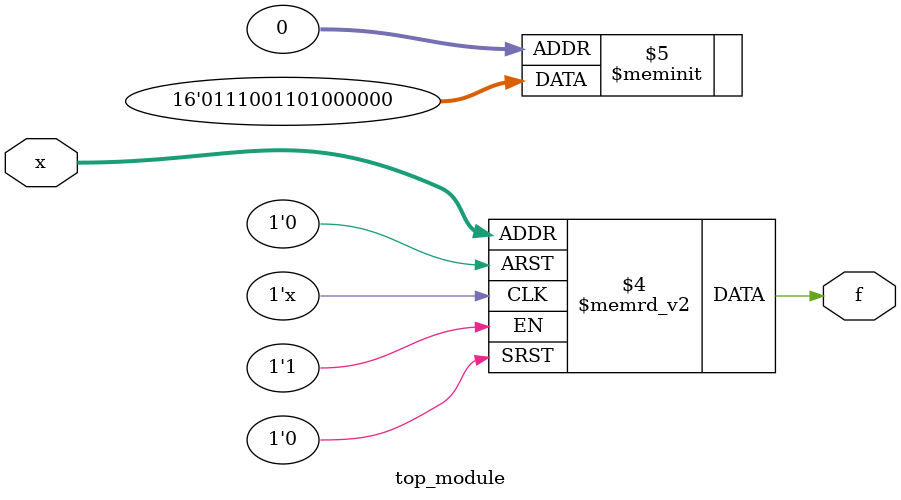
<source format=sv>
module top_module (
    input [4:1] x,
    output logic f
);

    always @(*) begin
        case (x)
            4'b0000: f = 1'b0;  // d but choose to output 0
            4'b0001: f = 1'b0;
            4'b0010: f = 1'b0;  // d but choose to output 0
            4'b0011: f = 1'b0;  // d but choose to output 0
            4'b0100: f = 1'b0;
            4'b0101: f = 1'b0;  // d but choose to output 0
            4'b0110: f = 1'b1;
            4'b0111: f = 1'b0;
            4'b1000: f = 1'b1;
            4'b1001: f = 1'b1;
            4'b1010: f = 1'b0;
            4'b1011: f = 1'b0;  // d but choose to output 0
            4'b1100: f = 1'b1;
            4'b1101: f = 1'b1;
            4'b1110: f = 1'b1;  // d but choose to output 1
            4'b1111: f = 1'b0;  // d but choose to output 0
            default: f = 1'b0;
        endcase
    end

endmodule

</source>
